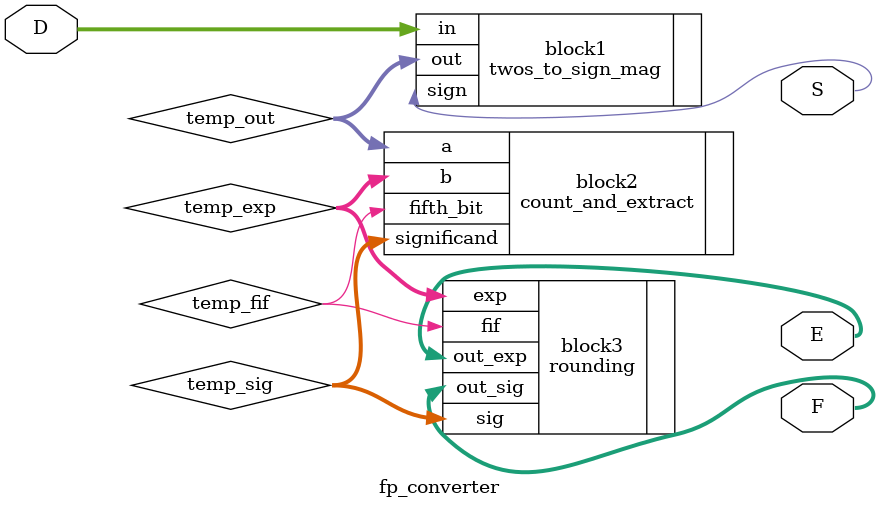
<source format=v>
`timescale 1ns / 1ps

module fp_converter(
	D, S, E, F
    );

	input wire [11:0] D;
	output wire S;
	output wire [2:0] E;
	output wire [3:0] F;
	
	wire [11:0] temp_out;
	wire [2:0] temp_exp;
	wire [3:0] temp_sig;
	wire temp_fif;
	
	twos_to_sign_mag block1(
		.in(D),
		.out(temp_out),
		.sign(S)
		);
	count_and_extract block2(
		.a(temp_out),
		.b(temp_exp),
		.significand(temp_sig),
		.fifth_bit(temp_fif)
		);
	rounding block3(
		.sig(temp_sig),
		.fif(temp_fif),
		.exp(temp_exp),
		.out_sig(F),
		.out_exp(E)
		);
	
endmodule

</source>
